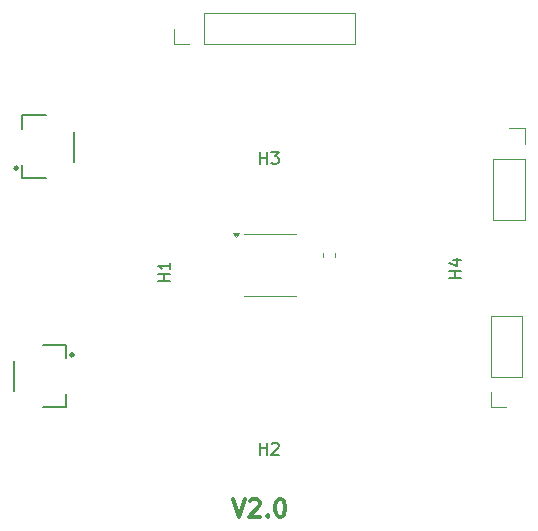
<source format=gbr>
%TF.GenerationSoftware,KiCad,Pcbnew,8.0.1*%
%TF.CreationDate,2024-03-31T21:51:29+08:00*%
%TF.ProjectId,encoder,656e636f-6465-4722-9e6b-696361645f70,rev?*%
%TF.SameCoordinates,Original*%
%TF.FileFunction,Legend,Top*%
%TF.FilePolarity,Positive*%
%FSLAX46Y46*%
G04 Gerber Fmt 4.6, Leading zero omitted, Abs format (unit mm)*
G04 Created by KiCad (PCBNEW 8.0.1) date 2024-03-31 21:51:29*
%MOMM*%
%LPD*%
G01*
G04 APERTURE LIST*
%ADD10C,0.300000*%
%ADD11C,0.150000*%
%ADD12C,0.120000*%
%ADD13C,0.200000*%
%ADD14C,0.250000*%
G04 APERTURE END LIST*
D10*
X137340225Y-93300828D02*
X137840225Y-94800828D01*
X137840225Y-94800828D02*
X138340225Y-93300828D01*
X138768796Y-93443685D02*
X138840224Y-93372257D01*
X138840224Y-93372257D02*
X138983082Y-93300828D01*
X138983082Y-93300828D02*
X139340224Y-93300828D01*
X139340224Y-93300828D02*
X139483082Y-93372257D01*
X139483082Y-93372257D02*
X139554510Y-93443685D01*
X139554510Y-93443685D02*
X139625939Y-93586542D01*
X139625939Y-93586542D02*
X139625939Y-93729400D01*
X139625939Y-93729400D02*
X139554510Y-93943685D01*
X139554510Y-93943685D02*
X138697367Y-94800828D01*
X138697367Y-94800828D02*
X139625939Y-94800828D01*
X140268795Y-94657971D02*
X140340224Y-94729400D01*
X140340224Y-94729400D02*
X140268795Y-94800828D01*
X140268795Y-94800828D02*
X140197367Y-94729400D01*
X140197367Y-94729400D02*
X140268795Y-94657971D01*
X140268795Y-94657971D02*
X140268795Y-94800828D01*
X141268796Y-93300828D02*
X141411653Y-93300828D01*
X141411653Y-93300828D02*
X141554510Y-93372257D01*
X141554510Y-93372257D02*
X141625939Y-93443685D01*
X141625939Y-93443685D02*
X141697367Y-93586542D01*
X141697367Y-93586542D02*
X141768796Y-93872257D01*
X141768796Y-93872257D02*
X141768796Y-94229400D01*
X141768796Y-94229400D02*
X141697367Y-94515114D01*
X141697367Y-94515114D02*
X141625939Y-94657971D01*
X141625939Y-94657971D02*
X141554510Y-94729400D01*
X141554510Y-94729400D02*
X141411653Y-94800828D01*
X141411653Y-94800828D02*
X141268796Y-94800828D01*
X141268796Y-94800828D02*
X141125939Y-94729400D01*
X141125939Y-94729400D02*
X141054510Y-94657971D01*
X141054510Y-94657971D02*
X140983081Y-94515114D01*
X140983081Y-94515114D02*
X140911653Y-94229400D01*
X140911653Y-94229400D02*
X140911653Y-93872257D01*
X140911653Y-93872257D02*
X140983081Y-93586542D01*
X140983081Y-93586542D02*
X141054510Y-93443685D01*
X141054510Y-93443685D02*
X141125939Y-93372257D01*
X141125939Y-93372257D02*
X141268796Y-93300828D01*
D11*
X139638095Y-89554819D02*
X139638095Y-88554819D01*
X139638095Y-89031009D02*
X140209523Y-89031009D01*
X140209523Y-89554819D02*
X140209523Y-88554819D01*
X140638095Y-88650057D02*
X140685714Y-88602438D01*
X140685714Y-88602438D02*
X140780952Y-88554819D01*
X140780952Y-88554819D02*
X141019047Y-88554819D01*
X141019047Y-88554819D02*
X141114285Y-88602438D01*
X141114285Y-88602438D02*
X141161904Y-88650057D01*
X141161904Y-88650057D02*
X141209523Y-88745295D01*
X141209523Y-88745295D02*
X141209523Y-88840533D01*
X141209523Y-88840533D02*
X141161904Y-88983390D01*
X141161904Y-88983390D02*
X140590476Y-89554819D01*
X140590476Y-89554819D02*
X141209523Y-89554819D01*
X156654819Y-74561904D02*
X155654819Y-74561904D01*
X156131009Y-74561904D02*
X156131009Y-73990476D01*
X156654819Y-73990476D02*
X155654819Y-73990476D01*
X155988152Y-73085714D02*
X156654819Y-73085714D01*
X155607200Y-73323809D02*
X156321485Y-73561904D01*
X156321485Y-73561904D02*
X156321485Y-72942857D01*
X139638095Y-64929819D02*
X139638095Y-63929819D01*
X139638095Y-64406009D02*
X140209523Y-64406009D01*
X140209523Y-64929819D02*
X140209523Y-63929819D01*
X140590476Y-63929819D02*
X141209523Y-63929819D01*
X141209523Y-63929819D02*
X140876190Y-64310771D01*
X140876190Y-64310771D02*
X141019047Y-64310771D01*
X141019047Y-64310771D02*
X141114285Y-64358390D01*
X141114285Y-64358390D02*
X141161904Y-64406009D01*
X141161904Y-64406009D02*
X141209523Y-64501247D01*
X141209523Y-64501247D02*
X141209523Y-64739342D01*
X141209523Y-64739342D02*
X141161904Y-64834580D01*
X141161904Y-64834580D02*
X141114285Y-64882200D01*
X141114285Y-64882200D02*
X141019047Y-64929819D01*
X141019047Y-64929819D02*
X140733333Y-64929819D01*
X140733333Y-64929819D02*
X140638095Y-64882200D01*
X140638095Y-64882200D02*
X140590476Y-64834580D01*
X132029819Y-74861904D02*
X131029819Y-74861904D01*
X131506009Y-74861904D02*
X131506009Y-74290476D01*
X132029819Y-74290476D02*
X131029819Y-74290476D01*
X132029819Y-73290476D02*
X132029819Y-73861904D01*
X132029819Y-73576190D02*
X131029819Y-73576190D01*
X131029819Y-73576190D02*
X131172676Y-73671428D01*
X131172676Y-73671428D02*
X131267914Y-73766666D01*
X131267914Y-73766666D02*
X131315533Y-73861904D01*
D12*
%TO.C,J2*%
X159370000Y-64530000D02*
X159370000Y-69670000D01*
X159370000Y-64530000D02*
X162030000Y-64530000D01*
X159370000Y-69670000D02*
X162030000Y-69670000D01*
X160700000Y-61930000D02*
X162030000Y-61930000D01*
X162030000Y-61930000D02*
X162030000Y-63260000D01*
X162030000Y-64530000D02*
X162030000Y-69670000D01*
%TO.C,J3*%
X132320000Y-54830000D02*
X132320000Y-53500000D01*
X133650000Y-54830000D02*
X132320000Y-54830000D01*
X134920000Y-52170000D02*
X147680000Y-52170000D01*
X134920000Y-54830000D02*
X134920000Y-52170000D01*
X134920000Y-54830000D02*
X147680000Y-54830000D01*
X147680000Y-54830000D02*
X147680000Y-52170000D01*
D13*
%TO.C,J6*%
X119498000Y-60840000D02*
X121481000Y-60840000D01*
X119498000Y-61996000D02*
X119498000Y-60840000D01*
X119498000Y-66160000D02*
X119498000Y-65004000D01*
X119498000Y-66160000D02*
X121481000Y-66160000D01*
X123900000Y-64760000D02*
X123900000Y-62240000D01*
D14*
X119115000Y-65300000D02*
G75*
G02*
X118865000Y-65300000I-125000J0D01*
G01*
X118865000Y-65300000D02*
G75*
G02*
X119115000Y-65300000I125000J0D01*
G01*
D12*
%TO.C,C1*%
X144990000Y-72783767D02*
X144990000Y-72491233D01*
X146010000Y-72783767D02*
X146010000Y-72491233D01*
%TO.C,U1*%
X140512500Y-70902500D02*
X138312500Y-70902500D01*
X140512500Y-70902500D02*
X142712500Y-70902500D01*
X140512500Y-76122500D02*
X138312500Y-76122500D01*
X140512500Y-76122500D02*
X142712500Y-76122500D01*
X137612500Y-71102500D02*
X137372500Y-70772500D01*
X137852500Y-70772500D01*
X137612500Y-71102500D01*
G36*
X137612500Y-71102500D02*
G01*
X137372500Y-70772500D01*
X137852500Y-70772500D01*
X137612500Y-71102500D01*
G37*
D13*
%TO.C,J5*%
X118800000Y-81640000D02*
X118800000Y-84160000D01*
X123202000Y-80240000D02*
X121219000Y-80240000D01*
X123202000Y-80240000D02*
X123202000Y-81396000D01*
X123202000Y-84404000D02*
X123202000Y-85560000D01*
X123202000Y-85560000D02*
X121219000Y-85560000D01*
D14*
X123835000Y-81100000D02*
G75*
G02*
X123585000Y-81100000I-125000J0D01*
G01*
X123585000Y-81100000D02*
G75*
G02*
X123835000Y-81100000I125000J0D01*
G01*
D12*
%TO.C,J1*%
X159145000Y-82955000D02*
X159145000Y-77815000D01*
X159145000Y-85555000D02*
X159145000Y-84225000D01*
X160475000Y-85555000D02*
X159145000Y-85555000D01*
X161805000Y-77815000D02*
X159145000Y-77815000D01*
X161805000Y-82955000D02*
X159145000Y-82955000D01*
X161805000Y-82955000D02*
X161805000Y-77815000D01*
%TD*%
M02*

</source>
